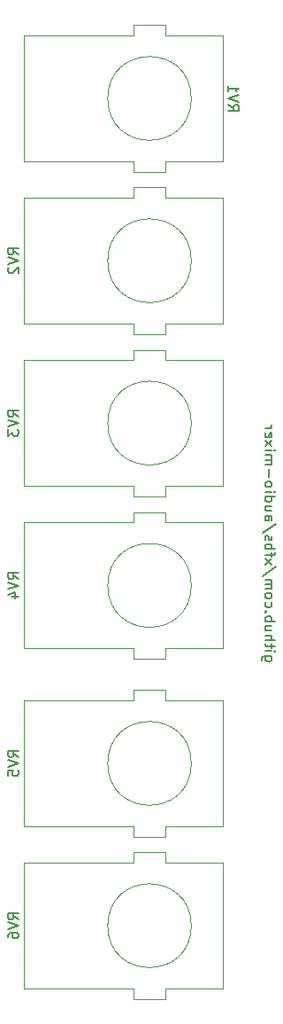
<source format=gbr>
G04 #@! TF.GenerationSoftware,KiCad,Pcbnew,(5.1.4-0-10_14)*
G04 #@! TF.CreationDate,2019-11-24T21:25:27+01:00*
G04 #@! TF.ProjectId,audio-mixer,61756469-6f2d-46d6-9978-65722e6b6963,rev?*
G04 #@! TF.SameCoordinates,Original*
G04 #@! TF.FileFunction,Legend,Bot*
G04 #@! TF.FilePolarity,Positive*
%FSLAX46Y46*%
G04 Gerber Fmt 4.6, Leading zero omitted, Abs format (unit mm)*
G04 Created by KiCad (PCBNEW (5.1.4-0-10_14)) date 2019-11-24 21:25:27*
%MOMM*%
%LPD*%
G04 APERTURE LIST*
%ADD10C,0.150000*%
%ADD11C,0.120000*%
G04 APERTURE END LIST*
D10*
X131714285Y-79261904D02*
X130904761Y-79261904D01*
X130809523Y-79309523D01*
X130761904Y-79357142D01*
X130714285Y-79452380D01*
X130714285Y-79595238D01*
X130761904Y-79690476D01*
X131095238Y-79261904D02*
X131047619Y-79357142D01*
X131047619Y-79547619D01*
X131095238Y-79642857D01*
X131142857Y-79690476D01*
X131238095Y-79738095D01*
X131523809Y-79738095D01*
X131619047Y-79690476D01*
X131666666Y-79642857D01*
X131714285Y-79547619D01*
X131714285Y-79357142D01*
X131666666Y-79261904D01*
X131047619Y-78785714D02*
X131714285Y-78785714D01*
X132047619Y-78785714D02*
X132000000Y-78833333D01*
X131952380Y-78785714D01*
X132000000Y-78738095D01*
X132047619Y-78785714D01*
X131952380Y-78785714D01*
X131714285Y-78452380D02*
X131714285Y-78071428D01*
X132047619Y-78309523D02*
X131190476Y-78309523D01*
X131095238Y-78261904D01*
X131047619Y-78166666D01*
X131047619Y-78071428D01*
X131047619Y-77738095D02*
X132047619Y-77738095D01*
X131047619Y-77309523D02*
X131571428Y-77309523D01*
X131666666Y-77357142D01*
X131714285Y-77452380D01*
X131714285Y-77595238D01*
X131666666Y-77690476D01*
X131619047Y-77738095D01*
X131714285Y-76404761D02*
X131047619Y-76404761D01*
X131714285Y-76833333D02*
X131190476Y-76833333D01*
X131095238Y-76785714D01*
X131047619Y-76690476D01*
X131047619Y-76547619D01*
X131095238Y-76452380D01*
X131142857Y-76404761D01*
X131047619Y-75928571D02*
X132047619Y-75928571D01*
X131666666Y-75928571D02*
X131714285Y-75833333D01*
X131714285Y-75642857D01*
X131666666Y-75547619D01*
X131619047Y-75500000D01*
X131523809Y-75452380D01*
X131238095Y-75452380D01*
X131142857Y-75500000D01*
X131095238Y-75547619D01*
X131047619Y-75642857D01*
X131047619Y-75833333D01*
X131095238Y-75928571D01*
X131142857Y-75023809D02*
X131095238Y-74976190D01*
X131047619Y-75023809D01*
X131095238Y-75071428D01*
X131142857Y-75023809D01*
X131047619Y-75023809D01*
X131095238Y-74119047D02*
X131047619Y-74214285D01*
X131047619Y-74404761D01*
X131095238Y-74500000D01*
X131142857Y-74547619D01*
X131238095Y-74595238D01*
X131523809Y-74595238D01*
X131619047Y-74547619D01*
X131666666Y-74500000D01*
X131714285Y-74404761D01*
X131714285Y-74214285D01*
X131666666Y-74119047D01*
X131047619Y-73547619D02*
X131095238Y-73642857D01*
X131142857Y-73690476D01*
X131238095Y-73738095D01*
X131523809Y-73738095D01*
X131619047Y-73690476D01*
X131666666Y-73642857D01*
X131714285Y-73547619D01*
X131714285Y-73404761D01*
X131666666Y-73309523D01*
X131619047Y-73261904D01*
X131523809Y-73214285D01*
X131238095Y-73214285D01*
X131142857Y-73261904D01*
X131095238Y-73309523D01*
X131047619Y-73404761D01*
X131047619Y-73547619D01*
X131047619Y-72785714D02*
X131714285Y-72785714D01*
X131619047Y-72785714D02*
X131666666Y-72738095D01*
X131714285Y-72642857D01*
X131714285Y-72500000D01*
X131666666Y-72404761D01*
X131571428Y-72357142D01*
X131047619Y-72357142D01*
X131571428Y-72357142D02*
X131666666Y-72309523D01*
X131714285Y-72214285D01*
X131714285Y-72071428D01*
X131666666Y-71976190D01*
X131571428Y-71928571D01*
X131047619Y-71928571D01*
X132095238Y-70738095D02*
X130809523Y-71595238D01*
X131047619Y-70500000D02*
X131714285Y-69976190D01*
X131714285Y-70500000D02*
X131047619Y-69976190D01*
X131714285Y-69738095D02*
X131714285Y-69357142D01*
X131047619Y-69595238D02*
X131904761Y-69595238D01*
X132000000Y-69547619D01*
X132047619Y-69452380D01*
X132047619Y-69357142D01*
X131047619Y-69023809D02*
X132047619Y-69023809D01*
X131666666Y-69023809D02*
X131714285Y-68928571D01*
X131714285Y-68738095D01*
X131666666Y-68642857D01*
X131619047Y-68595238D01*
X131523809Y-68547619D01*
X131238095Y-68547619D01*
X131142857Y-68595238D01*
X131095238Y-68642857D01*
X131047619Y-68738095D01*
X131047619Y-68928571D01*
X131095238Y-69023809D01*
X131095238Y-68166666D02*
X131047619Y-68071428D01*
X131047619Y-67880952D01*
X131095238Y-67785714D01*
X131190476Y-67738095D01*
X131238095Y-67738095D01*
X131333333Y-67785714D01*
X131380952Y-67880952D01*
X131380952Y-68023809D01*
X131428571Y-68119047D01*
X131523809Y-68166666D01*
X131571428Y-68166666D01*
X131666666Y-68119047D01*
X131714285Y-68023809D01*
X131714285Y-67880952D01*
X131666666Y-67785714D01*
X132095238Y-66595238D02*
X130809523Y-67452380D01*
X131047619Y-65833333D02*
X131571428Y-65833333D01*
X131666666Y-65880952D01*
X131714285Y-65976190D01*
X131714285Y-66166666D01*
X131666666Y-66261904D01*
X131095238Y-65833333D02*
X131047619Y-65928571D01*
X131047619Y-66166666D01*
X131095238Y-66261904D01*
X131190476Y-66309523D01*
X131285714Y-66309523D01*
X131380952Y-66261904D01*
X131428571Y-66166666D01*
X131428571Y-65928571D01*
X131476190Y-65833333D01*
X131714285Y-64928571D02*
X131047619Y-64928571D01*
X131714285Y-65357142D02*
X131190476Y-65357142D01*
X131095238Y-65309523D01*
X131047619Y-65214285D01*
X131047619Y-65071428D01*
X131095238Y-64976190D01*
X131142857Y-64928571D01*
X131047619Y-64023809D02*
X132047619Y-64023809D01*
X131095238Y-64023809D02*
X131047619Y-64119047D01*
X131047619Y-64309523D01*
X131095238Y-64404761D01*
X131142857Y-64452380D01*
X131238095Y-64500000D01*
X131523809Y-64500000D01*
X131619047Y-64452380D01*
X131666666Y-64404761D01*
X131714285Y-64309523D01*
X131714285Y-64119047D01*
X131666666Y-64023809D01*
X131047619Y-63547619D02*
X131714285Y-63547619D01*
X132047619Y-63547619D02*
X132000000Y-63595238D01*
X131952380Y-63547619D01*
X132000000Y-63500000D01*
X132047619Y-63547619D01*
X131952380Y-63547619D01*
X131047619Y-62928571D02*
X131095238Y-63023809D01*
X131142857Y-63071428D01*
X131238095Y-63119047D01*
X131523809Y-63119047D01*
X131619047Y-63071428D01*
X131666666Y-63023809D01*
X131714285Y-62928571D01*
X131714285Y-62785714D01*
X131666666Y-62690476D01*
X131619047Y-62642857D01*
X131523809Y-62595238D01*
X131238095Y-62595238D01*
X131142857Y-62642857D01*
X131095238Y-62690476D01*
X131047619Y-62785714D01*
X131047619Y-62928571D01*
X131428571Y-62166666D02*
X131428571Y-61404761D01*
X131047619Y-60928571D02*
X131714285Y-60928571D01*
X131619047Y-60928571D02*
X131666666Y-60880952D01*
X131714285Y-60785714D01*
X131714285Y-60642857D01*
X131666666Y-60547619D01*
X131571428Y-60500000D01*
X131047619Y-60500000D01*
X131571428Y-60500000D02*
X131666666Y-60452380D01*
X131714285Y-60357142D01*
X131714285Y-60214285D01*
X131666666Y-60119047D01*
X131571428Y-60071428D01*
X131047619Y-60071428D01*
X131047619Y-59595238D02*
X131714285Y-59595238D01*
X132047619Y-59595238D02*
X132000000Y-59642857D01*
X131952380Y-59595238D01*
X132000000Y-59547619D01*
X132047619Y-59595238D01*
X131952380Y-59595238D01*
X131047619Y-59214285D02*
X131714285Y-58690476D01*
X131714285Y-59214285D02*
X131047619Y-58690476D01*
X131095238Y-57928571D02*
X131047619Y-58023809D01*
X131047619Y-58214285D01*
X131095238Y-58309523D01*
X131190476Y-58357142D01*
X131571428Y-58357142D01*
X131666666Y-58309523D01*
X131714285Y-58214285D01*
X131714285Y-58023809D01*
X131666666Y-57928571D01*
X131571428Y-57880952D01*
X131476190Y-57880952D01*
X131380952Y-58357142D01*
X131047619Y-57452380D02*
X131714285Y-57452380D01*
X131523809Y-57452380D02*
X131619047Y-57404761D01*
X131666666Y-57357142D01*
X131714285Y-57261904D01*
X131714285Y-57166666D01*
D11*
X118500000Y-48500000D02*
X118500000Y-47500000D01*
X121500000Y-48500000D02*
X118500000Y-48500000D01*
X121500000Y-47500000D02*
X121500000Y-48500000D01*
X127000000Y-47500000D02*
X121500000Y-47500000D01*
X121500000Y-35500000D02*
X127000000Y-35500000D01*
X121500000Y-34500000D02*
X121500000Y-35500000D01*
X118500000Y-34500000D02*
X121500000Y-34500000D01*
X118500000Y-35500000D02*
X118500000Y-34500000D01*
X124000000Y-41500000D02*
G75*
G03X124000000Y-41500000I-4000000J0D01*
G01*
X108000000Y-47500000D02*
X118500000Y-47500000D01*
X108000000Y-35500000D02*
X108000000Y-47500000D01*
X118500000Y-35500000D02*
X108000000Y-35500000D01*
X127000000Y-47500000D02*
X127000000Y-35500000D01*
X118500000Y-112000000D02*
X118500000Y-111000000D01*
X121500000Y-112000000D02*
X118500000Y-112000000D01*
X121500000Y-111000000D02*
X121500000Y-112000000D01*
X127000000Y-111000000D02*
X121500000Y-111000000D01*
X121500000Y-99000000D02*
X127000000Y-99000000D01*
X121500000Y-98000000D02*
X121500000Y-99000000D01*
X118500000Y-98000000D02*
X121500000Y-98000000D01*
X118500000Y-99000000D02*
X118500000Y-98000000D01*
X124000000Y-105000000D02*
G75*
G03X124000000Y-105000000I-4000000J0D01*
G01*
X108000000Y-111000000D02*
X118500000Y-111000000D01*
X108000000Y-99000000D02*
X108000000Y-111000000D01*
X118500000Y-99000000D02*
X108000000Y-99000000D01*
X127000000Y-111000000D02*
X127000000Y-99000000D01*
X118500000Y-96500000D02*
X118500000Y-95500000D01*
X121500000Y-96500000D02*
X118500000Y-96500000D01*
X121500000Y-95500000D02*
X121500000Y-96500000D01*
X127000000Y-95500000D02*
X121500000Y-95500000D01*
X121500000Y-83500000D02*
X127000000Y-83500000D01*
X121500000Y-82500000D02*
X121500000Y-83500000D01*
X118500000Y-82500000D02*
X121500000Y-82500000D01*
X118500000Y-83500000D02*
X118500000Y-82500000D01*
X124000000Y-89500000D02*
G75*
G03X124000000Y-89500000I-4000000J0D01*
G01*
X108000000Y-95500000D02*
X118500000Y-95500000D01*
X108000000Y-83500000D02*
X108000000Y-95500000D01*
X118500000Y-83500000D02*
X108000000Y-83500000D01*
X127000000Y-95500000D02*
X127000000Y-83500000D01*
X118500000Y-79500000D02*
X118500000Y-78500000D01*
X121500000Y-79500000D02*
X118500000Y-79500000D01*
X121500000Y-78500000D02*
X121500000Y-79500000D01*
X127000000Y-78500000D02*
X121500000Y-78500000D01*
X121500000Y-66500000D02*
X127000000Y-66500000D01*
X121500000Y-65500000D02*
X121500000Y-66500000D01*
X118500000Y-65500000D02*
X121500000Y-65500000D01*
X118500000Y-66500000D02*
X118500000Y-65500000D01*
X124000000Y-72500000D02*
G75*
G03X124000000Y-72500000I-4000000J0D01*
G01*
X108000000Y-78500000D02*
X118500000Y-78500000D01*
X108000000Y-66500000D02*
X108000000Y-78500000D01*
X118500000Y-66500000D02*
X108000000Y-66500000D01*
X127000000Y-78500000D02*
X127000000Y-66500000D01*
X118500000Y-64000000D02*
X118500000Y-63000000D01*
X121500000Y-64000000D02*
X118500000Y-64000000D01*
X121500000Y-63000000D02*
X121500000Y-64000000D01*
X127000000Y-63000000D02*
X121500000Y-63000000D01*
X121500000Y-51000000D02*
X127000000Y-51000000D01*
X121500000Y-50000000D02*
X121500000Y-51000000D01*
X118500000Y-50000000D02*
X121500000Y-50000000D01*
X118500000Y-51000000D02*
X118500000Y-50000000D01*
X124000000Y-57000000D02*
G75*
G03X124000000Y-57000000I-4000000J0D01*
G01*
X108000000Y-63000000D02*
X118500000Y-63000000D01*
X108000000Y-51000000D02*
X108000000Y-63000000D01*
X118500000Y-51000000D02*
X108000000Y-51000000D01*
X127000000Y-63000000D02*
X127000000Y-51000000D01*
X118500000Y-33000000D02*
X118500000Y-32000000D01*
X121500000Y-33000000D02*
X118500000Y-33000000D01*
X121500000Y-32000000D02*
X121500000Y-33000000D01*
X127000000Y-32000000D02*
X121500000Y-32000000D01*
X121500000Y-20000000D02*
X127000000Y-20000000D01*
X121500000Y-19000000D02*
X121500000Y-20000000D01*
X118500000Y-19000000D02*
X121500000Y-19000000D01*
X118500000Y-20000000D02*
X118500000Y-19000000D01*
X124000000Y-26000000D02*
G75*
G03X124000000Y-26000000I-4000000J0D01*
G01*
X108000000Y-32000000D02*
X118500000Y-32000000D01*
X108000000Y-20000000D02*
X108000000Y-32000000D01*
X118500000Y-20000000D02*
X108000000Y-20000000D01*
X127000000Y-32000000D02*
X127000000Y-20000000D01*
D10*
X107452380Y-40904761D02*
X106976190Y-40571428D01*
X107452380Y-40333333D02*
X106452380Y-40333333D01*
X106452380Y-40714285D01*
X106500000Y-40809523D01*
X106547619Y-40857142D01*
X106642857Y-40904761D01*
X106785714Y-40904761D01*
X106880952Y-40857142D01*
X106928571Y-40809523D01*
X106976190Y-40714285D01*
X106976190Y-40333333D01*
X106452380Y-41190476D02*
X107452380Y-41523809D01*
X106452380Y-41857142D01*
X106547619Y-42142857D02*
X106500000Y-42190476D01*
X106452380Y-42285714D01*
X106452380Y-42523809D01*
X106500000Y-42619047D01*
X106547619Y-42666666D01*
X106642857Y-42714285D01*
X106738095Y-42714285D01*
X106880952Y-42666666D01*
X107452380Y-42095238D01*
X107452380Y-42714285D01*
X107452380Y-104404761D02*
X106976190Y-104071428D01*
X107452380Y-103833333D02*
X106452380Y-103833333D01*
X106452380Y-104214285D01*
X106500000Y-104309523D01*
X106547619Y-104357142D01*
X106642857Y-104404761D01*
X106785714Y-104404761D01*
X106880952Y-104357142D01*
X106928571Y-104309523D01*
X106976190Y-104214285D01*
X106976190Y-103833333D01*
X106452380Y-104690476D02*
X107452380Y-105023809D01*
X106452380Y-105357142D01*
X106452380Y-106119047D02*
X106452380Y-105928571D01*
X106500000Y-105833333D01*
X106547619Y-105785714D01*
X106690476Y-105690476D01*
X106880952Y-105642857D01*
X107261904Y-105642857D01*
X107357142Y-105690476D01*
X107404761Y-105738095D01*
X107452380Y-105833333D01*
X107452380Y-106023809D01*
X107404761Y-106119047D01*
X107357142Y-106166666D01*
X107261904Y-106214285D01*
X107023809Y-106214285D01*
X106928571Y-106166666D01*
X106880952Y-106119047D01*
X106833333Y-106023809D01*
X106833333Y-105833333D01*
X106880952Y-105738095D01*
X106928571Y-105690476D01*
X107023809Y-105642857D01*
X107452380Y-88904761D02*
X106976190Y-88571428D01*
X107452380Y-88333333D02*
X106452380Y-88333333D01*
X106452380Y-88714285D01*
X106500000Y-88809523D01*
X106547619Y-88857142D01*
X106642857Y-88904761D01*
X106785714Y-88904761D01*
X106880952Y-88857142D01*
X106928571Y-88809523D01*
X106976190Y-88714285D01*
X106976190Y-88333333D01*
X106452380Y-89190476D02*
X107452380Y-89523809D01*
X106452380Y-89857142D01*
X106452380Y-90666666D02*
X106452380Y-90190476D01*
X106928571Y-90142857D01*
X106880952Y-90190476D01*
X106833333Y-90285714D01*
X106833333Y-90523809D01*
X106880952Y-90619047D01*
X106928571Y-90666666D01*
X107023809Y-90714285D01*
X107261904Y-90714285D01*
X107357142Y-90666666D01*
X107404761Y-90619047D01*
X107452380Y-90523809D01*
X107452380Y-90285714D01*
X107404761Y-90190476D01*
X107357142Y-90142857D01*
X107452380Y-71904761D02*
X106976190Y-71571428D01*
X107452380Y-71333333D02*
X106452380Y-71333333D01*
X106452380Y-71714285D01*
X106500000Y-71809523D01*
X106547619Y-71857142D01*
X106642857Y-71904761D01*
X106785714Y-71904761D01*
X106880952Y-71857142D01*
X106928571Y-71809523D01*
X106976190Y-71714285D01*
X106976190Y-71333333D01*
X106452380Y-72190476D02*
X107452380Y-72523809D01*
X106452380Y-72857142D01*
X106785714Y-73619047D02*
X107452380Y-73619047D01*
X106404761Y-73380952D02*
X107119047Y-73142857D01*
X107119047Y-73761904D01*
X107452380Y-56404761D02*
X106976190Y-56071428D01*
X107452380Y-55833333D02*
X106452380Y-55833333D01*
X106452380Y-56214285D01*
X106500000Y-56309523D01*
X106547619Y-56357142D01*
X106642857Y-56404761D01*
X106785714Y-56404761D01*
X106880952Y-56357142D01*
X106928571Y-56309523D01*
X106976190Y-56214285D01*
X106976190Y-55833333D01*
X106452380Y-56690476D02*
X107452380Y-57023809D01*
X106452380Y-57357142D01*
X106452380Y-57595238D02*
X106452380Y-58214285D01*
X106833333Y-57880952D01*
X106833333Y-58023809D01*
X106880952Y-58119047D01*
X106928571Y-58166666D01*
X107023809Y-58214285D01*
X107261904Y-58214285D01*
X107357142Y-58166666D01*
X107404761Y-58119047D01*
X107452380Y-58023809D01*
X107452380Y-57738095D01*
X107404761Y-57642857D01*
X107357142Y-57595238D01*
X127547619Y-26595238D02*
X128023809Y-26928571D01*
X127547619Y-27166666D02*
X128547619Y-27166666D01*
X128547619Y-26785714D01*
X128500000Y-26690476D01*
X128452380Y-26642857D01*
X128357142Y-26595238D01*
X128214285Y-26595238D01*
X128119047Y-26642857D01*
X128071428Y-26690476D01*
X128023809Y-26785714D01*
X128023809Y-27166666D01*
X128547619Y-26309523D02*
X127547619Y-25976190D01*
X128547619Y-25642857D01*
X127547619Y-24785714D02*
X127547619Y-25357142D01*
X127547619Y-25071428D02*
X128547619Y-25071428D01*
X128404761Y-25166666D01*
X128309523Y-25261904D01*
X128261904Y-25357142D01*
M02*

</source>
